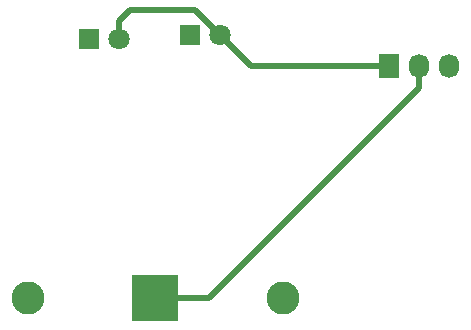
<source format=gbr>
%TF.GenerationSoftware,KiCad,Pcbnew,(5.1.8-0-10_14)*%
%TF.CreationDate,2021-10-17T14:40:20-04:00*%
%TF.ProjectId,WingedA,57696e67-6564-4412-9e6b-696361645f70,rev?*%
%TF.SameCoordinates,Original*%
%TF.FileFunction,Copper,L2,Bot*%
%TF.FilePolarity,Positive*%
%FSLAX46Y46*%
G04 Gerber Fmt 4.6, Leading zero omitted, Abs format (unit mm)*
G04 Created by KiCad (PCBNEW (5.1.8-0-10_14)) date 2021-10-17 14:40:20*
%MOMM*%
%LPD*%
G01*
G04 APERTURE LIST*
%TA.AperFunction,SMDPad,CuDef*%
%ADD10R,4.000000X4.000000*%
%TD*%
%TA.AperFunction,ComponentPad*%
%ADD11C,2.800000*%
%TD*%
%TA.AperFunction,ComponentPad*%
%ADD12C,1.800000*%
%TD*%
%TA.AperFunction,ComponentPad*%
%ADD13R,1.800000X1.800000*%
%TD*%
%TA.AperFunction,ComponentPad*%
%ADD14O,1.727200X2.032000*%
%TD*%
%TA.AperFunction,ComponentPad*%
%ADD15R,1.727200X2.032000*%
%TD*%
%TA.AperFunction,Conductor*%
%ADD16C,0.500000*%
%TD*%
G04 APERTURE END LIST*
D10*
%TO.P,BT1,2*%
%TO.N,Net-(BT1-Pad2)*%
X115227100Y-73139300D03*
D11*
%TO.P,BT1,1*%
%TO.N,VCC*%
X104427100Y-73139300D03*
X126027100Y-73139300D03*
%TD*%
D12*
%TO.P,D1,2*%
%TO.N,GND*%
X112191800Y-51181000D03*
D13*
%TO.P,D1,1*%
%TO.N,VCC*%
X109651800Y-51181000D03*
%TD*%
%TO.P,D2,1*%
%TO.N,VCC*%
X118198900Y-50863500D03*
D12*
%TO.P,D2,2*%
%TO.N,GND*%
X120738900Y-50863500D03*
%TD*%
D14*
%TO.P,SW1,3*%
%TO.N,N/C*%
X140119100Y-53441600D03*
%TO.P,SW1,2*%
%TO.N,Net-(BT1-Pad2)*%
X137579100Y-53441600D03*
D15*
%TO.P,SW1,1*%
%TO.N,GND*%
X135039100Y-53441600D03*
%TD*%
D16*
%TO.N,Net-(BT1-Pad2)*%
X137579100Y-53441600D02*
X137579100Y-55321200D01*
X119761000Y-73139300D02*
X115227100Y-73139300D01*
X137579100Y-55321200D02*
X119761000Y-73139300D01*
%TO.N,GND*%
X112191800Y-51181000D02*
X112191800Y-49631600D01*
X112191800Y-49631600D02*
X113093500Y-48729900D01*
X118605300Y-48729900D02*
X120738900Y-50863500D01*
X113093500Y-48729900D02*
X118605300Y-48729900D01*
X123317000Y-53441600D02*
X135039100Y-53441600D01*
X120738900Y-50863500D02*
X123317000Y-53441600D01*
%TD*%
M02*

</source>
